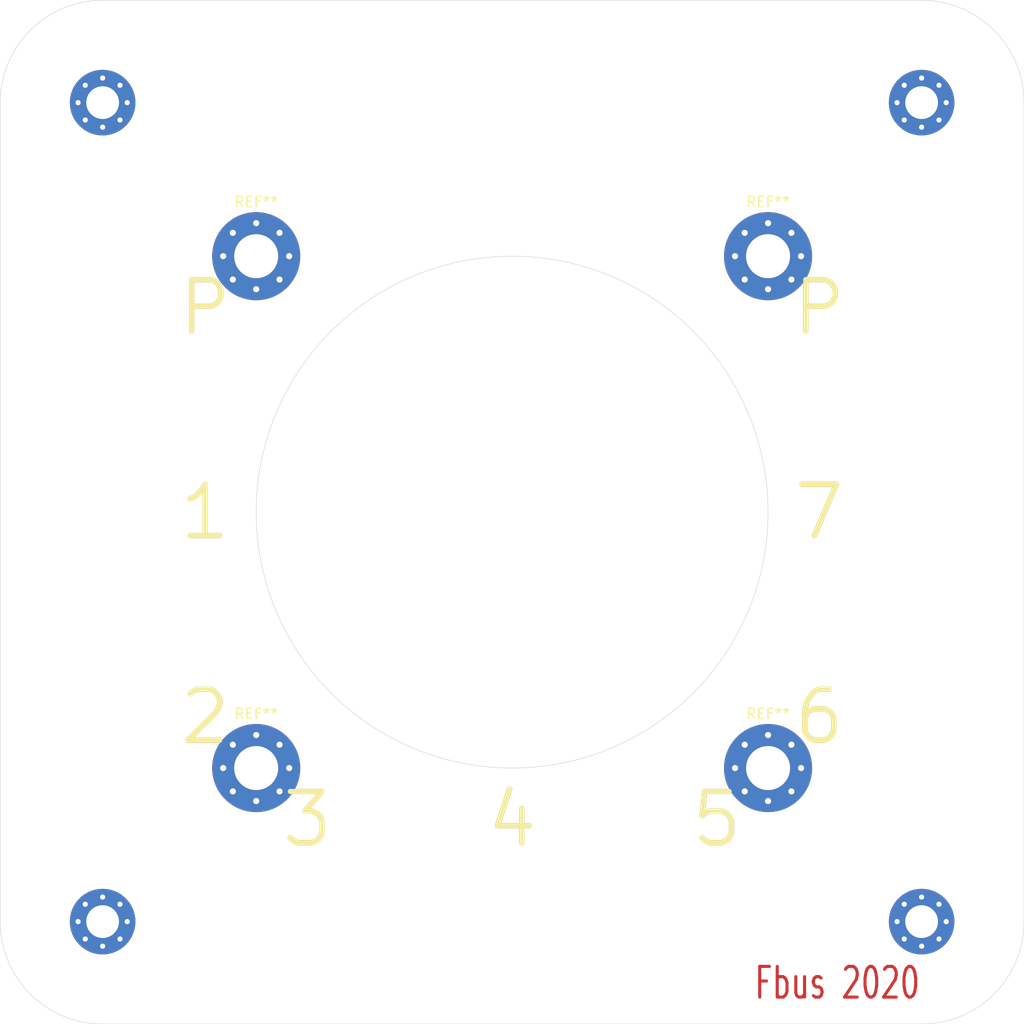
<source format=kicad_pcb>
(kicad_pcb (version 20171130) (host pcbnew "(5.1.4)-1")

  (general
    (thickness 1.6)
    (drawings 28)
    (tracks 0)
    (zones 0)
    (modules 19)
    (nets 1)
  )

  (page A4)
  (layers
    (0 F.Cu signal)
    (31 B.Cu signal)
    (32 B.Adhes user)
    (33 F.Adhes user)
    (34 B.Paste user)
    (35 F.Paste user)
    (36 B.SilkS user)
    (37 F.SilkS user)
    (38 B.Mask user)
    (39 F.Mask user)
    (40 Dwgs.User user)
    (41 Cmts.User user)
    (42 Eco1.User user)
    (43 Eco2.User user)
    (44 Edge.Cuts user)
    (45 Margin user)
    (46 B.CrtYd user)
    (47 F.CrtYd user)
    (48 B.Fab user)
    (49 F.Fab user)
  )

  (setup
    (last_trace_width 0.25)
    (trace_clearance 0.2)
    (zone_clearance 0.508)
    (zone_45_only no)
    (trace_min 0.2)
    (via_size 0.8)
    (via_drill 0.4)
    (via_min_size 0.4)
    (via_min_drill 0.3)
    (uvia_size 0.3)
    (uvia_drill 0.1)
    (uvias_allowed no)
    (uvia_min_size 0.2)
    (uvia_min_drill 0.1)
    (edge_width 0.05)
    (segment_width 0.2)
    (pcb_text_width 0.3)
    (pcb_text_size 1.5 1.5)
    (mod_edge_width 0.12)
    (mod_text_size 1 1)
    (mod_text_width 0.15)
    (pad_size 8.4 8.4)
    (pad_drill 8.4)
    (pad_to_mask_clearance 0.051)
    (solder_mask_min_width 0.25)
    (aux_axis_origin 0 0)
    (visible_elements 7FFFFFFF)
    (pcbplotparams
      (layerselection 0x010fc_ffffffff)
      (usegerberextensions false)
      (usegerberattributes false)
      (usegerberadvancedattributes false)
      (creategerberjobfile false)
      (excludeedgelayer true)
      (linewidth 0.100000)
      (plotframeref false)
      (viasonmask false)
      (mode 1)
      (useauxorigin false)
      (hpglpennumber 1)
      (hpglpenspeed 20)
      (hpglpendiameter 15.000000)
      (psnegative false)
      (psa4output false)
      (plotreference true)
      (plotvalue true)
      (plotinvisibletext false)
      (padsonsilk false)
      (subtractmaskfromsilk false)
      (outputformat 1)
      (mirror false)
      (drillshape 0)
      (scaleselection 1)
      (outputdirectory "gerbers/"))
  )

  (net 0 "")

  (net_class Default "This is the default net class."
    (clearance 0.2)
    (trace_width 0.25)
    (via_dia 0.8)
    (via_drill 0.4)
    (uvia_dia 0.3)
    (uvia_drill 0.1)
  )

  (module MountingHole:MountingHole_8.4mm_M8 (layer F.Cu) (tedit 56D1B4CB) (tstamp 5F965AC3)
    (at 115 60)
    (descr "Mounting Hole 8.4mm, no annular, M8")
    (tags "mounting hole 8.4mm no annular m8")
    (attr virtual)
    (fp_text reference REF** (at 0 -9.4) (layer F.SilkS) hide
      (effects (font (size 1 1) (thickness 0.15)))
    )
    (fp_text value MountingHole_8.4mm_M8 (at 0 9.4) (layer F.Fab) hide
      (effects (font (size 1 1) (thickness 0.15)))
    )
    (fp_circle (center 0 0) (end 8.65 0) (layer F.CrtYd) (width 0.05))
    (fp_circle (center 0 0) (end 8.4 0) (layer Cmts.User) (width 0.15))
    (fp_text user %R (at 0.3 0) (layer F.Fab) hide
      (effects (font (size 1 1) (thickness 0.15)))
    )
    (pad 1 np_thru_hole circle (at 0 0) (size 8.4 8.4) (drill 8.4) (layers *.Cu *.Mask))
  )

  (module MountingHole:MountingHole_8.4mm_M8 (layer F.Cu) (tedit 56D1B4CB) (tstamp 5F965AC3)
    (at 85 60)
    (descr "Mounting Hole 8.4mm, no annular, M8")
    (tags "mounting hole 8.4mm no annular m8")
    (attr virtual)
    (fp_text reference REF** (at 0 -9.4) (layer F.SilkS) hide
      (effects (font (size 1 1) (thickness 0.15)))
    )
    (fp_text value MountingHole_8.4mm_M8 (at 0 9.4) (layer F.Fab) hide
      (effects (font (size 1 1) (thickness 0.15)))
    )
    (fp_circle (center 0 0) (end 8.65 0) (layer F.CrtYd) (width 0.05))
    (fp_circle (center 0 0) (end 8.4 0) (layer Cmts.User) (width 0.15))
    (fp_text user %R (at 0.3 0) (layer F.Fab) hide
      (effects (font (size 1 1) (thickness 0.15)))
    )
    (pad 1 np_thru_hole circle (at 0 0) (size 8.4 8.4) (drill 8.4) (layers *.Cu *.Mask))
  )

  (module MountingHole:MountingHole_4.3mm_M4_Pad_Via (layer F.Cu) (tedit 56DDBFD7) (tstamp 5F9656F8)
    (at 75 125)
    (descr "Mounting Hole 4.3mm, M4")
    (tags "mounting hole 4.3mm m4")
    (attr virtual)
    (fp_text reference REF** (at 0 -5.3) (layer F.SilkS)
      (effects (font (size 1 1) (thickness 0.15)))
    )
    (fp_text value MountingHole_4.3mm_M4_Pad_Via (at 0 5.3) (layer F.Fab)
      (effects (font (size 1 1) (thickness 0.15)))
    )
    (fp_text user %R (at 0.3 0) (layer F.Fab)
      (effects (font (size 1 1) (thickness 0.15)))
    )
    (fp_circle (center 0 0) (end 4.3 0) (layer Cmts.User) (width 0.15))
    (fp_circle (center 0 0) (end 4.55 0) (layer F.CrtYd) (width 0.05))
    (pad 1 thru_hole circle (at 0 0) (size 8.6 8.6) (drill 4.3) (layers *.Cu *.Mask))
    (pad 1 thru_hole circle (at 3.225 0) (size 0.9 0.9) (drill 0.6) (layers *.Cu *.Mask))
    (pad 1 thru_hole circle (at 2.280419 2.280419) (size 0.9 0.9) (drill 0.6) (layers *.Cu *.Mask))
    (pad 1 thru_hole circle (at 0 3.225) (size 0.9 0.9) (drill 0.6) (layers *.Cu *.Mask))
    (pad 1 thru_hole circle (at -2.280419 2.280419) (size 0.9 0.9) (drill 0.6) (layers *.Cu *.Mask))
    (pad 1 thru_hole circle (at -3.225 0) (size 0.9 0.9) (drill 0.6) (layers *.Cu *.Mask))
    (pad 1 thru_hole circle (at -2.280419 -2.280419) (size 0.9 0.9) (drill 0.6) (layers *.Cu *.Mask))
    (pad 1 thru_hole circle (at 0 -3.225) (size 0.9 0.9) (drill 0.6) (layers *.Cu *.Mask))
    (pad 1 thru_hole circle (at 2.280419 -2.280419) (size 0.9 0.9) (drill 0.6) (layers *.Cu *.Mask))
  )

  (module MountingHole:MountingHole_4.3mm_M4_Pad_Via (layer F.Cu) (tedit 56DDBFD7) (tstamp 5F9656F8)
    (at 125 125)
    (descr "Mounting Hole 4.3mm, M4")
    (tags "mounting hole 4.3mm m4")
    (attr virtual)
    (fp_text reference REF** (at 0 -5.3) (layer F.SilkS)
      (effects (font (size 1 1) (thickness 0.15)))
    )
    (fp_text value MountingHole_4.3mm_M4_Pad_Via (at 0 5.3) (layer F.Fab)
      (effects (font (size 1 1) (thickness 0.15)))
    )
    (fp_text user %R (at 0.3 0) (layer F.Fab)
      (effects (font (size 1 1) (thickness 0.15)))
    )
    (fp_circle (center 0 0) (end 4.3 0) (layer Cmts.User) (width 0.15))
    (fp_circle (center 0 0) (end 4.55 0) (layer F.CrtYd) (width 0.05))
    (pad 1 thru_hole circle (at 0 0) (size 8.6 8.6) (drill 4.3) (layers *.Cu *.Mask))
    (pad 1 thru_hole circle (at 3.225 0) (size 0.9 0.9) (drill 0.6) (layers *.Cu *.Mask))
    (pad 1 thru_hole circle (at 2.280419 2.280419) (size 0.9 0.9) (drill 0.6) (layers *.Cu *.Mask))
    (pad 1 thru_hole circle (at 0 3.225) (size 0.9 0.9) (drill 0.6) (layers *.Cu *.Mask))
    (pad 1 thru_hole circle (at -2.280419 2.280419) (size 0.9 0.9) (drill 0.6) (layers *.Cu *.Mask))
    (pad 1 thru_hole circle (at -3.225 0) (size 0.9 0.9) (drill 0.6) (layers *.Cu *.Mask))
    (pad 1 thru_hole circle (at -2.280419 -2.280419) (size 0.9 0.9) (drill 0.6) (layers *.Cu *.Mask))
    (pad 1 thru_hole circle (at 0 -3.225) (size 0.9 0.9) (drill 0.6) (layers *.Cu *.Mask))
    (pad 1 thru_hole circle (at 2.280419 -2.280419) (size 0.9 0.9) (drill 0.6) (layers *.Cu *.Mask))
  )

  (module MountingHole:MountingHole_4.3mm_M4_Pad_Via (layer F.Cu) (tedit 56DDBFD7) (tstamp 5F9656F8)
    (at 75 75)
    (descr "Mounting Hole 4.3mm, M4")
    (tags "mounting hole 4.3mm m4")
    (attr virtual)
    (fp_text reference REF** (at 0 -5.3) (layer F.SilkS)
      (effects (font (size 1 1) (thickness 0.15)))
    )
    (fp_text value MountingHole_4.3mm_M4_Pad_Via (at 0 5.3) (layer F.Fab)
      (effects (font (size 1 1) (thickness 0.15)))
    )
    (fp_text user %R (at 0.3 0) (layer F.Fab)
      (effects (font (size 1 1) (thickness 0.15)))
    )
    (fp_circle (center 0 0) (end 4.3 0) (layer Cmts.User) (width 0.15))
    (fp_circle (center 0 0) (end 4.55 0) (layer F.CrtYd) (width 0.05))
    (pad 1 thru_hole circle (at 0 0) (size 8.6 8.6) (drill 4.3) (layers *.Cu *.Mask))
    (pad 1 thru_hole circle (at 3.225 0) (size 0.9 0.9) (drill 0.6) (layers *.Cu *.Mask))
    (pad 1 thru_hole circle (at 2.280419 2.280419) (size 0.9 0.9) (drill 0.6) (layers *.Cu *.Mask))
    (pad 1 thru_hole circle (at 0 3.225) (size 0.9 0.9) (drill 0.6) (layers *.Cu *.Mask))
    (pad 1 thru_hole circle (at -2.280419 2.280419) (size 0.9 0.9) (drill 0.6) (layers *.Cu *.Mask))
    (pad 1 thru_hole circle (at -3.225 0) (size 0.9 0.9) (drill 0.6) (layers *.Cu *.Mask))
    (pad 1 thru_hole circle (at -2.280419 -2.280419) (size 0.9 0.9) (drill 0.6) (layers *.Cu *.Mask))
    (pad 1 thru_hole circle (at 0 -3.225) (size 0.9 0.9) (drill 0.6) (layers *.Cu *.Mask))
    (pad 1 thru_hole circle (at 2.280419 -2.280419) (size 0.9 0.9) (drill 0.6) (layers *.Cu *.Mask))
  )

  (module MountingHole:MountingHole_4.3mm_M4_Pad_Via (layer F.Cu) (tedit 56DDBFD7) (tstamp 5F96568D)
    (at 125 75)
    (descr "Mounting Hole 4.3mm, M4")
    (tags "mounting hole 4.3mm m4")
    (attr virtual)
    (fp_text reference REF** (at 0 -5.3) (layer F.SilkS)
      (effects (font (size 1 1) (thickness 0.15)))
    )
    (fp_text value MountingHole_4.3mm_M4_Pad_Via (at 0 5.3) (layer F.Fab)
      (effects (font (size 1 1) (thickness 0.15)))
    )
    (fp_circle (center 0 0) (end 4.55 0) (layer F.CrtYd) (width 0.05))
    (fp_circle (center 0 0) (end 4.3 0) (layer Cmts.User) (width 0.15))
    (fp_text user %R (at 0.3 0) (layer F.Fab)
      (effects (font (size 1 1) (thickness 0.15)))
    )
    (pad 1 thru_hole circle (at 2.280419 -2.280419) (size 0.9 0.9) (drill 0.6) (layers *.Cu *.Mask))
    (pad 1 thru_hole circle (at 0 -3.225) (size 0.9 0.9) (drill 0.6) (layers *.Cu *.Mask))
    (pad 1 thru_hole circle (at -2.280419 -2.280419) (size 0.9 0.9) (drill 0.6) (layers *.Cu *.Mask))
    (pad 1 thru_hole circle (at -3.225 0) (size 0.9 0.9) (drill 0.6) (layers *.Cu *.Mask))
    (pad 1 thru_hole circle (at -2.280419 2.280419) (size 0.9 0.9) (drill 0.6) (layers *.Cu *.Mask))
    (pad 1 thru_hole circle (at 0 3.225) (size 0.9 0.9) (drill 0.6) (layers *.Cu *.Mask))
    (pad 1 thru_hole circle (at 2.280419 2.280419) (size 0.9 0.9) (drill 0.6) (layers *.Cu *.Mask))
    (pad 1 thru_hole circle (at 3.225 0) (size 0.9 0.9) (drill 0.6) (layers *.Cu *.Mask))
    (pad 1 thru_hole circle (at 0 0) (size 8.6 8.6) (drill 4.3) (layers *.Cu *.Mask))
  )

  (module MountingHole:MountingHole_8.4mm_M8 (layer F.Cu) (tedit 56D1B4CB) (tstamp 5D9E1410)
    (at 60 120)
    (descr "Mounting Hole 8.4mm, no annular, M8")
    (tags "mounting hole 8.4mm no annular m8")
    (attr virtual)
    (fp_text reference REF** (at 0 -9.4) (layer F.SilkS) hide
      (effects (font (size 1 1) (thickness 0.15)))
    )
    (fp_text value MountingHole_8.4mm_M8 (at 0 9.4) (layer F.Fab) hide
      (effects (font (size 1 1) (thickness 0.15)))
    )
    (fp_circle (center 0 0) (end 8.65 0) (layer F.CrtYd) (width 0.05))
    (fp_circle (center 0 0) (end 8.4 0) (layer Cmts.User) (width 0.15))
    (fp_text user %R (at 0.3 0) (layer F.Fab) hide
      (effects (font (size 1 1) (thickness 0.15)))
    )
    (pad 1 np_thru_hole circle (at 0 0) (size 8.4 8.4) (drill 8.4) (layers *.Cu *.Mask))
  )

  (module MountingHole:MountingHole_8.4mm_M8 (layer F.Cu) (tedit 56D1B4CB) (tstamp 5D9E5CEF)
    (at 60 80)
    (descr "Mounting Hole 8.4mm, no annular, M8")
    (tags "mounting hole 8.4mm no annular m8")
    (attr virtual)
    (fp_text reference REF** (at 0 -9.4) (layer F.SilkS) hide
      (effects (font (size 1 1) (thickness 0.15)))
    )
    (fp_text value MountingHole_8.4mm_M8 (at 0 9.4) (layer F.Fab) hide
      (effects (font (size 1 1) (thickness 0.15)))
    )
    (fp_text user %R (at 0.3 0) (layer F.Fab) hide
      (effects (font (size 1 1) (thickness 0.15)))
    )
    (fp_circle (center 0 0) (end 8.4 0) (layer Cmts.User) (width 0.15))
    (fp_circle (center 0 0) (end 8.65 0) (layer F.CrtYd) (width 0.05))
    (pad 1 np_thru_hole circle (at 0 0) (size 8.4 8.4) (drill 8.4) (layers *.Cu *.Mask))
  )

  (module MountingHole:MountingHole_8.4mm_M8 (layer F.Cu) (tedit 56D1B4CB) (tstamp 5D9E5CBB)
    (at 60 100)
    (descr "Mounting Hole 8.4mm, no annular, M8")
    (tags "mounting hole 8.4mm no annular m8")
    (attr virtual)
    (fp_text reference REF** (at 0 -9.4) (layer F.SilkS) hide
      (effects (font (size 1 1) (thickness 0.15)))
    )
    (fp_text value MountingHole_8.4mm_M8 (at 0 9.4) (layer F.Fab) hide
      (effects (font (size 1 1) (thickness 0.15)))
    )
    (fp_circle (center 0 0) (end 8.65 0) (layer F.CrtYd) (width 0.05))
    (fp_circle (center 0 0) (end 8.4 0) (layer Cmts.User) (width 0.15))
    (fp_text user %R (at 0.3 0) (layer F.Fab) hide
      (effects (font (size 1 1) (thickness 0.15)))
    )
    (pad 1 np_thru_hole circle (at 0 0) (size 8.4 8.4) (drill 8.4) (layers *.Cu *.Mask))
  )

  (module MountingHole:MountingHole_8.4mm_M8 (layer F.Cu) (tedit 56D1B4CB) (tstamp 5D9E5CAD)
    (at 80 140)
    (descr "Mounting Hole 8.4mm, no annular, M8")
    (tags "mounting hole 8.4mm no annular m8")
    (attr virtual)
    (fp_text reference REF** (at 0 -9.4) (layer F.SilkS) hide
      (effects (font (size 1 1) (thickness 0.15)))
    )
    (fp_text value MountingHole_8.4mm_M8 (at 0 9.4) (layer F.Fab) hide
      (effects (font (size 1 1) (thickness 0.15)))
    )
    (fp_text user %R (at 0.3 0) (layer F.Fab) hide
      (effects (font (size 1 1) (thickness 0.15)))
    )
    (fp_circle (center 0 0) (end 8.4 0) (layer Cmts.User) (width 0.15))
    (fp_circle (center 0 0) (end 8.65 0) (layer F.CrtYd) (width 0.05))
    (pad 1 np_thru_hole circle (at 0 0) (size 8.4 8.4) (drill 8.4) (layers *.Cu *.Mask))
  )

  (module MountingHole:MountingHole_8.4mm_M8 (layer F.Cu) (tedit 56D1B4CB) (tstamp 5D9E5C9F)
    (at 140 100)
    (descr "Mounting Hole 8.4mm, no annular, M8")
    (tags "mounting hole 8.4mm no annular m8")
    (attr virtual)
    (fp_text reference REF** (at 0 -9.4) (layer F.SilkS) hide
      (effects (font (size 1 1) (thickness 0.15)))
    )
    (fp_text value MountingHole_8.4mm_M8 (at 0 9.4) (layer F.Fab) hide
      (effects (font (size 1 1) (thickness 0.15)))
    )
    (fp_circle (center 0 0) (end 8.65 0) (layer F.CrtYd) (width 0.05))
    (fp_circle (center 0 0) (end 8.4 0) (layer Cmts.User) (width 0.15))
    (fp_text user %R (at 0.3 0) (layer F.Fab) hide
      (effects (font (size 1 1) (thickness 0.15)))
    )
    (pad 1 np_thru_hole circle (at 0 0) (size 8.4 8.4) (drill 8.4) (layers *.Cu *.Mask))
  )

  (module MountingHole:MountingHole_8.4mm_M8 (layer F.Cu) (tedit 56D1B4CB) (tstamp 5D9E5C91)
    (at 140 120)
    (descr "Mounting Hole 8.4mm, no annular, M8")
    (tags "mounting hole 8.4mm no annular m8")
    (attr virtual)
    (fp_text reference REF** (at 0 -9.4) (layer F.SilkS) hide
      (effects (font (size 1 1) (thickness 0.15)))
    )
    (fp_text value MountingHole_8.4mm_M8 (at 0 9.4) (layer F.Fab) hide
      (effects (font (size 1 1) (thickness 0.15)))
    )
    (fp_text user %R (at 0.3 0) (layer F.Fab) hide
      (effects (font (size 1 1) (thickness 0.15)))
    )
    (fp_circle (center 0 0) (end 8.4 0) (layer Cmts.User) (width 0.15))
    (fp_circle (center 0 0) (end 8.65 0) (layer F.CrtYd) (width 0.05))
    (pad 1 np_thru_hole circle (at 0 0) (size 8.4 8.4) (drill 8.4) (layers *.Cu *.Mask))
  )

  (module MountingHole:MountingHole_8.4mm_M8 (layer F.Cu) (tedit 56D1B4CB) (tstamp 5D9E1369)
    (at 140 80)
    (descr "Mounting Hole 8.4mm, no annular, M8")
    (tags "mounting hole 8.4mm no annular m8")
    (attr virtual)
    (fp_text reference REF** (at 0 -9.4) (layer F.SilkS) hide
      (effects (font (size 1 1) (thickness 0.15)))
    )
    (fp_text value MountingHole_8.4mm_M8 (at 0 9.4) (layer F.Fab) hide
      (effects (font (size 1 1) (thickness 0.15)))
    )
    (fp_circle (center 0 0) (end 8.65 0) (layer F.CrtYd) (width 0.05))
    (fp_circle (center 0 0) (end 8.4 0) (layer Cmts.User) (width 0.15))
    (fp_text user %R (at 0.3 0) (layer F.Fab) hide
      (effects (font (size 1 1) (thickness 0.15)))
    )
    (pad 1 np_thru_hole circle (at 0 0) (size 8.4 8.4) (drill 8.4) (layers *.Cu *.Mask))
  )

  (module MountingHole:MountingHole_8.4mm_M8 (layer F.Cu) (tedit 56D1B4CB) (tstamp 5D9E5C75)
    (at 120 140)
    (descr "Mounting Hole 8.4mm, no annular, M8")
    (tags "mounting hole 8.4mm no annular m8")
    (attr virtual)
    (fp_text reference REF** (at 0 -9.4) (layer F.SilkS) hide
      (effects (font (size 1 1) (thickness 0.15)))
    )
    (fp_text value MountingHole_8.4mm_M8 (at 0 9.4) (layer F.Fab) hide
      (effects (font (size 1 1) (thickness 0.15)))
    )
    (fp_text user %R (at 0.3 0) (layer F.Fab) hide
      (effects (font (size 1 1) (thickness 0.15)))
    )
    (fp_circle (center 0 0) (end 8.4 0) (layer Cmts.User) (width 0.15))
    (fp_circle (center 0 0) (end 8.65 0) (layer F.CrtYd) (width 0.05))
    (pad 1 np_thru_hole circle (at 0 0) (size 8.4 8.4) (drill 8.4) (layers *.Cu *.Mask))
  )

  (module MountingHole:MountingHole_8.4mm_M8 (layer F.Cu) (tedit 56D1B4CB) (tstamp 5D9E5C2C)
    (at 100 140)
    (descr "Mounting Hole 8.4mm, no annular, M8")
    (tags "mounting hole 8.4mm no annular m8")
    (attr virtual)
    (fp_text reference REF** (at 0 -9.4) (layer F.SilkS) hide
      (effects (font (size 1 1) (thickness 0.15)))
    )
    (fp_text value MountingHole_8.4mm_M8 (at 0 9.4) (layer F.Fab) hide
      (effects (font (size 1 1) (thickness 0.15)))
    )
    (fp_circle (center 0 0) (end 8.65 0) (layer F.CrtYd) (width 0.05))
    (fp_circle (center 0 0) (end 8.4 0) (layer Cmts.User) (width 0.15))
    (fp_text user %R (at 0.3 0) (layer F.Fab) hide
      (effects (font (size 1 1) (thickness 0.15)))
    )
    (pad 1 np_thru_hole circle (at 0 0) (size 8.4 8.4) (drill 8.4) (layers *.Cu *.Mask))
  )

  (module MountingHole:MountingHole_3.2mm_M3_Pad_Via (layer F.Cu) (tedit 56DDBCCA) (tstamp 5D9E582F)
    (at 140 140)
    (descr "Mounting Hole 3.2mm, M3")
    (tags "mounting hole 3.2mm m3")
    (attr virtual)
    (fp_text reference e (at 0 -4.2) (layer F.SilkS) hide
      (effects (font (size 1 1) (thickness 0.15)))
    )
    (fp_text value MountingHole_3.2mm_M3_Pad_Via (at 0 4.2) (layer F.Fab) hide
      (effects (font (size 1 1) (thickness 0.15)))
    )
    (fp_text user %R (at 0.3 0) (layer F.Fab) hide
      (effects (font (size 1 1) (thickness 0.15)))
    )
    (fp_circle (center 0 0) (end 3.2 0) (layer Cmts.User) (width 0.15))
    (fp_circle (center 0 0) (end 3.45 0) (layer F.CrtYd) (width 0.05))
    (pad 1 thru_hole circle (at 0 0) (size 6.4 6.4) (drill 3.2) (layers *.Cu *.Mask))
    (pad 1 thru_hole circle (at 2.4 0) (size 0.8 0.8) (drill 0.5) (layers *.Cu *.Mask))
    (pad 1 thru_hole circle (at 1.697056 1.697056) (size 0.8 0.8) (drill 0.5) (layers *.Cu *.Mask))
    (pad 1 thru_hole circle (at 0 2.4) (size 0.8 0.8) (drill 0.5) (layers *.Cu *.Mask))
    (pad 1 thru_hole circle (at -1.697056 1.697056) (size 0.8 0.8) (drill 0.5) (layers *.Cu *.Mask))
    (pad 1 thru_hole circle (at -2.4 0) (size 0.8 0.8) (drill 0.5) (layers *.Cu *.Mask))
    (pad 1 thru_hole circle (at -1.697056 -1.697056) (size 0.8 0.8) (drill 0.5) (layers *.Cu *.Mask))
    (pad 1 thru_hole circle (at 0 -2.4) (size 0.8 0.8) (drill 0.5) (layers *.Cu *.Mask))
    (pad 1 thru_hole circle (at 1.697056 -1.697056) (size 0.8 0.8) (drill 0.5) (layers *.Cu *.Mask))
  )

  (module MountingHole:MountingHole_3.2mm_M3_Pad_Via (layer F.Cu) (tedit 56DDBCCA) (tstamp 5D9E5811)
    (at 60 140)
    (descr "Mounting Hole 3.2mm, M3")
    (tags "mounting hole 3.2mm m3")
    (attr virtual)
    (fp_text reference e (at 0 -4.2) (layer F.SilkS) hide
      (effects (font (size 1 1) (thickness 0.15)))
    )
    (fp_text value MountingHole_3.2mm_M3_Pad_Via (at 0 4.2) (layer F.Fab) hide
      (effects (font (size 1 1) (thickness 0.15)))
    )
    (fp_circle (center 0 0) (end 3.45 0) (layer F.CrtYd) (width 0.05))
    (fp_circle (center 0 0) (end 3.2 0) (layer Cmts.User) (width 0.15))
    (fp_text user %R (at 0.3 0) (layer F.Fab) hide
      (effects (font (size 1 1) (thickness 0.15)))
    )
    (pad 1 thru_hole circle (at 1.697056 -1.697056) (size 0.8 0.8) (drill 0.5) (layers *.Cu *.Mask))
    (pad 1 thru_hole circle (at 0 -2.4) (size 0.8 0.8) (drill 0.5) (layers *.Cu *.Mask))
    (pad 1 thru_hole circle (at -1.697056 -1.697056) (size 0.8 0.8) (drill 0.5) (layers *.Cu *.Mask))
    (pad 1 thru_hole circle (at -2.4 0) (size 0.8 0.8) (drill 0.5) (layers *.Cu *.Mask))
    (pad 1 thru_hole circle (at -1.697056 1.697056) (size 0.8 0.8) (drill 0.5) (layers *.Cu *.Mask))
    (pad 1 thru_hole circle (at 0 2.4) (size 0.8 0.8) (drill 0.5) (layers *.Cu *.Mask))
    (pad 1 thru_hole circle (at 1.697056 1.697056) (size 0.8 0.8) (drill 0.5) (layers *.Cu *.Mask))
    (pad 1 thru_hole circle (at 2.4 0) (size 0.8 0.8) (drill 0.5) (layers *.Cu *.Mask))
    (pad 1 thru_hole circle (at 0 0) (size 6.4 6.4) (drill 3.2) (layers *.Cu *.Mask))
  )

  (module MountingHole:MountingHole_3.2mm_M3_Pad_Via (layer F.Cu) (tedit 56DDBCCA) (tstamp 5D9E57F3)
    (at 60 60)
    (descr "Mounting Hole 3.2mm, M3")
    (tags "mounting hole 3.2mm m3")
    (attr virtual)
    (fp_text reference e (at 0 -4.2) (layer F.SilkS) hide
      (effects (font (size 1 1) (thickness 0.15)))
    )
    (fp_text value MountingHole_3.2mm_M3_Pad_Via (at 0 4.2) (layer F.Fab) hide
      (effects (font (size 1 1) (thickness 0.15)))
    )
    (fp_text user %R (at 0.3 0) (layer F.Fab) hide
      (effects (font (size 1 1) (thickness 0.15)))
    )
    (fp_circle (center 0 0) (end 3.2 0) (layer Cmts.User) (width 0.15))
    (fp_circle (center 0 0) (end 3.45 0) (layer F.CrtYd) (width 0.05))
    (pad 1 thru_hole circle (at 0 0) (size 6.4 6.4) (drill 3.2) (layers *.Cu *.Mask))
    (pad 1 thru_hole circle (at 2.4 0) (size 0.8 0.8) (drill 0.5) (layers *.Cu *.Mask))
    (pad 1 thru_hole circle (at 1.697056 1.697056) (size 0.8 0.8) (drill 0.5) (layers *.Cu *.Mask))
    (pad 1 thru_hole circle (at 0 2.4) (size 0.8 0.8) (drill 0.5) (layers *.Cu *.Mask))
    (pad 1 thru_hole circle (at -1.697056 1.697056) (size 0.8 0.8) (drill 0.5) (layers *.Cu *.Mask))
    (pad 1 thru_hole circle (at -2.4 0) (size 0.8 0.8) (drill 0.5) (layers *.Cu *.Mask))
    (pad 1 thru_hole circle (at -1.697056 -1.697056) (size 0.8 0.8) (drill 0.5) (layers *.Cu *.Mask))
    (pad 1 thru_hole circle (at 0 -2.4) (size 0.8 0.8) (drill 0.5) (layers *.Cu *.Mask))
    (pad 1 thru_hole circle (at 1.697056 -1.697056) (size 0.8 0.8) (drill 0.5) (layers *.Cu *.Mask))
  )

  (module MountingHole:MountingHole_3.2mm_M3_Pad_Via (layer F.Cu) (tedit 56DDBCCA) (tstamp 5D9E579B)
    (at 140 60)
    (descr "Mounting Hole 3.2mm, M3")
    (tags "mounting hole 3.2mm m3")
    (attr virtual)
    (fp_text reference e (at 0 -4.2) (layer F.SilkS) hide
      (effects (font (size 1 1) (thickness 0.15)))
    )
    (fp_text value MountingHole_3.2mm_M3_Pad_Via (at 0 4.2) (layer F.Fab) hide
      (effects (font (size 1 1) (thickness 0.15)))
    )
    (fp_circle (center 0 0) (end 3.45 0) (layer F.CrtYd) (width 0.05))
    (fp_circle (center 0 0) (end 3.2 0) (layer Cmts.User) (width 0.15))
    (fp_text user %R (at 0.3 0) (layer F.Fab) hide
      (effects (font (size 1 1) (thickness 0.15)))
    )
    (pad 1 thru_hole circle (at 1.697056 -1.697056) (size 0.8 0.8) (drill 0.5) (layers *.Cu *.Mask))
    (pad 1 thru_hole circle (at 0 -2.4) (size 0.8 0.8) (drill 0.5) (layers *.Cu *.Mask))
    (pad 1 thru_hole circle (at -1.697056 -1.697056) (size 0.8 0.8) (drill 0.5) (layers *.Cu *.Mask))
    (pad 1 thru_hole circle (at -2.4 0) (size 0.8 0.8) (drill 0.5) (layers *.Cu *.Mask))
    (pad 1 thru_hole circle (at -1.697056 1.697056) (size 0.8 0.8) (drill 0.5) (layers *.Cu *.Mask))
    (pad 1 thru_hole circle (at 0 2.4) (size 0.8 0.8) (drill 0.5) (layers *.Cu *.Mask))
    (pad 1 thru_hole circle (at 1.697056 1.697056) (size 0.8 0.8) (drill 0.5) (layers *.Cu *.Mask))
    (pad 1 thru_hole circle (at 2.4 0) (size 0.8 0.8) (drill 0.5) (layers *.Cu *.Mask))
    (pad 1 thru_hole circle (at 0 0) (size 6.4 6.4) (drill 3.2) (layers *.Cu *.Mask))
  )

  (gr_text P (at 70 80) (layer F.SilkS) (tstamp 5D9E1431)
    (effects (font (size 5 5) (thickness 0.5)))
  )
  (gr_text P (at 70 80) (layer F.Cu) (tstamp 5D9E142D)
    (effects (font (size 5 5) (thickness 0.5)))
  )
  (gr_text P (at 130 80) (layer F.SilkS) (tstamp 5D9E0268)
    (effects (font (size 5 5) (thickness 0.5)))
  )
  (gr_text 7 (at 130 100) (layer F.SilkS) (tstamp 5D9E0264)
    (effects (font (size 5 5) (thickness 0.5)))
  )
  (gr_text 6 (at 130 120) (layer F.SilkS) (tstamp 5D9E0260)
    (effects (font (size 5 5) (thickness 0.5)))
  )
  (gr_text 5 (at 120 130) (layer F.SilkS) (tstamp 5D9E025C)
    (effects (font (size 5 5) (thickness 0.5)))
  )
  (gr_text 4 (at 100 130) (layer F.SilkS) (tstamp 5D9E0258)
    (effects (font (size 5 5) (thickness 0.5)))
  )
  (gr_text 3 (at 80 130) (layer F.SilkS) (tstamp 5D9E0254)
    (effects (font (size 5 5) (thickness 0.5)))
  )
  (gr_text 2 (at 70 120) (layer F.SilkS) (tstamp 5D9E024A)
    (effects (font (size 5 5) (thickness 0.5)))
  )
  (gr_text 1 (at 70 100) (layer F.SilkS) (tstamp 5D9E023E)
    (effects (font (size 5 5) (thickness 0.5)))
  )
  (gr_text P (at 130 80) (layer F.Cu)
    (effects (font (size 5 5) (thickness 0.5)))
  )
  (gr_text 7 (at 130 100) (layer F.Cu)
    (effects (font (size 5 5) (thickness 0.5)))
  )
  (gr_text 6 (at 130 120) (layer F.Cu)
    (effects (font (size 5 5) (thickness 0.5)))
  )
  (gr_text 5 (at 120 130) (layer F.Cu)
    (effects (font (size 5 5) (thickness 0.5)))
  )
  (gr_text 4 (at 100 130) (layer F.Cu)
    (effects (font (size 5 5) (thickness 0.5)))
  )
  (gr_text 3 (at 80 130) (layer F.Cu)
    (effects (font (size 5 5) (thickness 0.5)))
  )
  (gr_text 2 (at 70 120) (layer F.Cu)
    (effects (font (size 5 5) (thickness 0.5)))
  )
  (gr_text 1 (at 70 100) (layer F.Cu)
    (effects (font (size 5 5) (thickness 0.5)))
  )
  (gr_text "Fbus 2020" (at 140 146) (layer F.Cu)
    (effects (font (size 3 2) (thickness 0.3)) (justify right))
  )
  (gr_circle (center 100 100) (end 125 100) (layer Edge.Cuts) (width 0.05))
  (gr_arc (start 140 60) (end 140 50) (angle 90) (layer Edge.Cuts) (width 0.05) (tstamp 5D9DFED1))
  (gr_arc (start 60 140) (end 60 150) (angle 90) (layer Edge.Cuts) (width 0.05) (tstamp 5D9DFECF))
  (gr_arc (start 140 140) (end 150 140) (angle 90) (layer Edge.Cuts) (width 0.05) (tstamp 5D9DFECC))
  (gr_arc (start 60 60) (end 50 60) (angle 90) (layer Edge.Cuts) (width 0.05))
  (gr_line (start 150 60) (end 150 140) (layer Edge.Cuts) (width 0.05) (tstamp 5D9DFE72))
  (gr_line (start 60 150) (end 140 150) (layer Edge.Cuts) (width 0.05))
  (gr_line (start 50 60) (end 50 140) (layer Edge.Cuts) (width 0.05))
  (gr_line (start 60 50) (end 140 50) (layer Edge.Cuts) (width 0.05))

)

</source>
